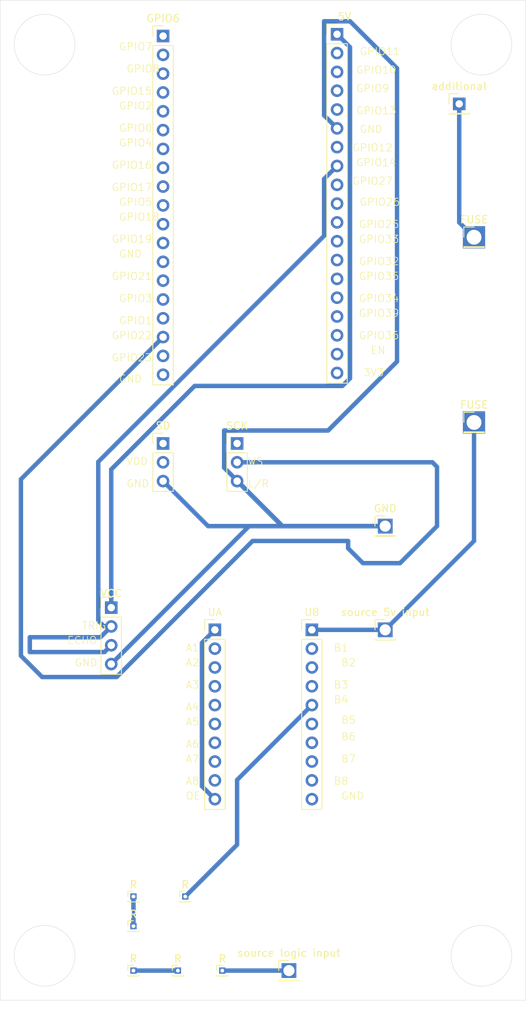
<source format=kicad_pcb>
(kicad_pcb (version 20241229) (generator "pcbnew") (generator_version "9.0")
  (title_block (title "pcb for miptfab project") (date "2025-11-27") (company "MIPT, made by Anton Skotnikov"))
  (layers (0 "F.Cu" signal) (2 "B.Cu" signal) (13 "F.Paste" user) (15 "B.Paste" user) (5 "F.SilkS" user "F.Silkscreen") (7 "B.SilkS" user "B.Silkscreen") (1 "F.Mask" user) (3 "B.Mask" user) (25 "Edge.Cuts" user))
  (net 0 "")
  (net 1 "GND")
  (net 2 "TRIG")
  (net 3 "VDDMICRO")
  (net 4 "WS")
  (net 5 "VCC")
  (net 6 "SCK")
  (net 7 "R")
  (net 8 "SD")
  (net 9 "A4")
  (footprint "Connector_PinHeader_2.54mm:PinHeader_1x19_P2.54mm_Vertical" (layer "F.Cu") (at 92.5 65.6)
    (property "Reference" "5V" (at 1 -2.38 0) (layer "F.SilkS"))
    (property "Value" "PinHeader_1x19_P2.54mm_Vertical" (hide yes))
    (fp_line (start -1.38 -1.38) (end 0 -1.38) (stroke (width 0.12)) (layer "F.SilkS"))
    (fp_line (start -1.38 0) (end -1.38 -1.38) (stroke (width 0.12)) (layer "F.SilkS"))
    (fp_line (start -1.38 1.27) (end -1.38 47.1) (stroke (width 0.12)) (layer "F.SilkS"))
    (fp_line (start -1.38 1.27) (end 1.38 1.27) (stroke (width 0.12)) (layer "F.SilkS"))
    (fp_line (start -1.38 47.1) (end 1.38 47.1) (stroke (width 0.12)) (layer "F.SilkS"))
    (fp_line (start 1.38 1.27) (end 1.38 47.1) (stroke (width 0.12)) (layer "F.SilkS"))
    (pad "1" thru_hole rect (at 0 0) (size 1.7 1.7) (drill 1) (layers "*.Cu" "*.Mask") (net 5 "VCC"))
    (pad "2" thru_hole circle (at 0 2.54) (size 1.7 1.7) (drill 1) (layers "*.Cu" "*.Mask"))
    (pad "3" thru_hole circle (at 0 5.08) (size 1.7 1.7) (drill 1) (layers "*.Cu" "*.Mask"))
    (pad "4" thru_hole circle (at 0 7.62) (size 1.7 1.7) (drill 1) (layers "*.Cu" "*.Mask"))
    (pad "5" thru_hole circle (at 0 10.16) (size 1.7 1.7) (drill 1) (layers "*.Cu" "*.Mask"))
    (pad "6" thru_hole circle (at 0 12.7) (size 1.7 1.7) (drill 1) (layers "*.Cu" "*.Mask") (net 1 "GND"))
    (pad "7" thru_hole circle (at 0 15.24) (size 1.7 1.7) (drill 1) (layers "*.Cu" "*.Mask"))
    (pad "8" thru_hole circle (at 0 17.78) (size 1.7 1.7) (drill 1) (layers "*.Cu" "*.Mask") (net 2 "TRIG"))
    (pad "9" thru_hole circle (at 0 20.32) (size 1.7 1.7) (drill 1) (layers "*.Cu" "*.Mask"))
    (pad "10" thru_hole circle (at 0 22.86) (size 1.7 1.7) (drill 1) (layers "*.Cu" "*.Mask") (net 6 "SCK"))
    (pad "11" thru_hole circle (at 0 25.4) (size 1.7 1.7) (drill 1) (layers "*.Cu" "*.Mask"))
    (pad "12" thru_hole circle (at 0 27.94) (size 1.7 1.7) (drill 1) (layers "*.Cu" "*.Mask"))
    (pad "13" thru_hole circle (at 0 30.48) (size 1.7 1.7) (drill 1) (layers "*.Cu" "*.Mask") (net 9 "A4"))
    (pad "14" thru_hole circle (at 0 33.02) (size 1.7 1.7) (drill 1) (layers "*.Cu" "*.Mask"))
    (pad "15" thru_hole circle (at 0 35.56) (size 1.7 1.7) (drill 1) (layers "*.Cu" "*.Mask"))
    (pad "16" thru_hole circle (at 0 38.1) (size 1.7 1.7) (drill 1) (layers "*.Cu" "*.Mask"))
    (pad "17" thru_hole circle (at 0 40.64) (size 1.7 1.7) (drill 1) (layers "*.Cu" "*.Mask"))
    (pad "18" thru_hole circle (at 0 43.18) (size 1.7 1.7) (drill 1) (layers "*.Cu" "*.Mask"))
    (pad "19" thru_hole circle (at 0 45.72) (size 1.7 1.7) (drill 1) (layers "*.Cu" "*.Mask") (net 3 "VDDMICRO"))
  )
  (footprint "Connector_PinHeader_2.54mm:PinHeader_1x01_P2.54mm_Vertical" (layer "F.Cu") (at 99 146)
    (property "Reference" "source 5v input" (at 0 -2.38 0) (layer "F.SilkS"))
    (property "Value" "PinHeader_1x01_P2.54mm_Vertical" (hide yes))
    (fp_line (start -1.38 -1.38) (end 0 -1.38) (stroke (width 0.12)) (layer "F.SilkS"))
    (fp_line (start -1.38 0) (end -1.38 -1.38) (stroke (width 0.12)) (layer "F.SilkS"))
    (fp_line (start -1.38 1.27) (end -1.38 1.38) (stroke (width 0.12)) (layer "F.SilkS"))
    (fp_line (start -1.38 1.27) (end 1.38 1.27) (stroke (width 0.12)) (layer "F.SilkS"))
    (fp_line (start -1.38 1.38) (end 1.38 1.38) (stroke (width 0.12)) (layer "F.SilkS"))
    (fp_line (start 1.38 1.27) (end 1.38 1.38) (stroke (width 0.12)) (layer "F.SilkS"))
    (pad "1" thru_hole rect (at 0 0) (size 2 2) (drill 1.5) (layers "*.Cu" "*.Mask") (net 5 "VCC"))
  )
  (footprint "Connector_PinHeader_1.00mm:PinHeader_1x01_P1.00mm_Vertical" (layer "F.Cu") (at 65 182)
    (property "Reference" "R" (at 0 -1.61 0) (layer "F.SilkS"))
    (property "Value" "PinHeader_1x01_P1.00mm_Vertical" (hide yes))
    (fp_line (start -0.745 -0.735) (end 0 -0.735) (stroke (width 0.12)) (layer "F.SilkS"))
    (fp_line (start -0.745 0) (end -0.745 -0.735) (stroke (width 0.12)) (layer "F.SilkS"))
    (fp_line (start -0.745 0.735) (end -0.745 0.61) (stroke (width 0.12)) (layer "F.SilkS"))
    (fp_line (start -0.745 0.735) (end -0.685565 0.735) (stroke (width 0.12)) (layer "F.SilkS"))
    (fp_line (start -0.745 0.735) (end 0.745 0.735) (stroke (width 0.12)) (layer "F.SilkS"))
    (fp_line (start 0.685565 0.735) (end 0.745 0.735) (stroke (width 0.12)) (layer "F.SilkS"))
    (fp_line (start 0.745 0.735) (end 0.745 0.61) (stroke (width 0.12)) (layer "F.SilkS"))
    (pad "1" thru_hole rect (at 0 0) (size 0.85 0.85) (drill 0.5) (layers "*.Cu" "*.Mask") (net 7 "R"))
  )
  (footprint "Connector_PinHeader_1.00mm:PinHeader_1x01_P1.00mm_Vertical" (layer "F.Cu") (at 65 192)
    (property "Reference" "R" (at 0 -1.61 0) (layer "F.SilkS"))
    (property "Value" "PinHeader_1x01_P1.00mm_Vertical" (hide yes))
    (fp_line (start -0.745 -0.735) (end 0 -0.735) (stroke (width 0.12)) (layer "F.SilkS"))
    (fp_line (start -0.745 0) (end -0.745 -0.735) (stroke (width 0.12)) (layer "F.SilkS"))
    (fp_line (start -0.745 0.735) (end -0.745 0.61) (stroke (width 0.12)) (layer "F.SilkS"))
    (fp_line (start -0.745 0.735) (end -0.685565 0.735) (stroke (width 0.12)) (layer "F.SilkS"))
    (fp_line (start -0.745 0.735) (end 0.745 0.735) (stroke (width 0.12)) (layer "F.SilkS"))
    (fp_line (start 0.685565 0.735) (end 0.745 0.735) (stroke (width 0.12)) (layer "F.SilkS"))
    (fp_line (start 0.745 0.735) (end 0.745 0.61) (stroke (width 0.12)) (layer "F.SilkS"))
    (pad "1" thru_hole rect (at 0 0) (size 0.85 0.85) (drill 0.5) (layers "*.Cu" "*.Mask") (net 7 "R"))
  )
  (footprint "Connector_PinHeader_2.54mm:PinHeader_1x01_P2.54mm_Vertical" (layer "F.Cu") (at 109 75)
    (property "Reference" "additional" (at 0 -2.38 0) (layer "F.SilkS"))
    (property "Value" "PinHeader_1x01_P2.54mm_Vertical" (hide yes))
    (fp_line (start -1.38 -1.38) (end 0 -1.38) (stroke (width 0.12)) (layer "F.SilkS"))
    (fp_line (start -1.38 0) (end -1.38 -1.38) (stroke (width 0.12)) (layer "F.SilkS"))
    (fp_line (start -1.38 1.27) (end -1.38 1.38) (stroke (width 0.12)) (layer "F.SilkS"))
    (fp_line (start -1.38 1.27) (end 1.38 1.27) (stroke (width 0.12)) (layer "F.SilkS"))
    (fp_line (start -1.38 1.38) (end 1.38 1.38) (stroke (width 0.12)) (layer "F.SilkS"))
    (fp_line (start 1.38 1.27) (end 1.38 1.38) (stroke (width 0.12)) (layer "F.SilkS"))
    (pad "1" thru_hole rect (at 0 0) (size 1.7 1.7) (drill 1) (layers "*.Cu" "*.Mask") (net 5 "VCC"))
  )
  (footprint "Connector_PinHeader_1.00mm:PinHeader_1x01_P1.00mm_Vertical" (layer "F.Cu") (at 77 192)
    (property "Reference" "R" (at 0 -1.61 0) (layer "F.SilkS"))
    (property "Value" "PinHeader_1x01_P1.00mm_Vertical" (hide yes))
    (fp_line (start -0.745 -0.735) (end 0 -0.735) (stroke (width 0.12)) (layer "F.SilkS"))
    (fp_line (start -0.745 0) (end -0.745 -0.735) (stroke (width 0.12)) (layer "F.SilkS"))
    (fp_line (start -0.745 0.735) (end -0.745 0.61) (stroke (width 0.12)) (layer "F.SilkS"))
    (fp_line (start -0.745 0.735) (end -0.685565 0.735) (stroke (width 0.12)) (layer "F.SilkS"))
    (fp_line (start -0.745 0.735) (end 0.745 0.735) (stroke (width 0.12)) (layer "F.SilkS"))
    (fp_line (start 0.685565 0.735) (end 0.745 0.735) (stroke (width 0.12)) (layer "F.SilkS"))
    (fp_line (start 0.745 0.735) (end 0.745 0.61) (stroke (width 0.12)) (layer "F.SilkS"))
    (pad "1" thru_hole rect (at 0 0) (size 0.85 0.85) (drill 0.5) (layers "*.Cu" "*.Mask") (net 7 "R"))
  )
  (footprint "Connector_PinHeader_1.00mm:PinHeader_1x01_P1.00mm_Vertical" (layer "F.Cu") (at 65 186)
    (property "Reference" "R" (at 0 -1.61 0) (layer "F.SilkS"))
    (property "Value" "PinHeader_1x01_P1.00mm_Vertical" (hide yes))
    (fp_line (start -0.745 -0.735) (end 0 -0.735) (stroke (width 0.12)) (layer "F.SilkS"))
    (fp_line (start -0.745 0) (end -0.745 -0.735) (stroke (width 0.12)) (layer "F.SilkS"))
    (fp_line (start -0.745 0.735) (end -0.745 0.61) (stroke (width 0.12)) (layer "F.SilkS"))
    (fp_line (start -0.745 0.735) (end -0.685565 0.735) (stroke (width 0.12)) (layer "F.SilkS"))
    (fp_line (start -0.745 0.735) (end 0.745 0.735) (stroke (width 0.12)) (layer "F.SilkS"))
    (fp_line (start 0.685565 0.735) (end 0.745 0.735) (stroke (width 0.12)) (layer "F.SilkS"))
    (fp_line (start 0.745 0.735) (end 0.745 0.61) (stroke (width 0.12)) (layer "F.SilkS"))
    (pad "1" thru_hole rect (at 0 0) (size 0.85 0.85) (drill 0.5) (layers "*.Cu" "*.Mask") (net 7 "R"))
  )
  (footprint "Connector_PinHeader_2.54mm:PinHeader_1x19_P2.54mm_Vertical" (layer "F.Cu") (at 69 65.84)
    (property "Reference" "GPIO6" (at 0 -2.38 0) (layer "F.SilkS"))
    (property "Value" "PinHeader_1x19_P2.54mm_Vertical" (hide yes))
    (fp_line (start -1.38 -1.38) (end 0 -1.38) (stroke (width 0.12)) (layer "F.SilkS"))
    (fp_line (start -1.38 0) (end -1.38 -1.38) (stroke (width 0.12)) (layer "F.SilkS"))
    (fp_line (start -1.38 1.27) (end -1.38 47.1) (stroke (width 0.12)) (layer "F.SilkS"))
    (fp_line (start -1.38 1.27) (end 1.38 1.27) (stroke (width 0.12)) (layer "F.SilkS"))
    (fp_line (start -1.38 47.1) (end 1.38 47.1) (stroke (width 0.12)) (layer "F.SilkS"))
    (fp_line (start 1.38 1.27) (end 1.38 47.1) (stroke (width 0.12)) (layer "F.SilkS"))
    (pad "1" thru_hole rect (at 0 0) (size 1.7 1.7) (drill 1) (layers "*.Cu" "*.Mask"))
    (pad "2" thru_hole circle (at 0 2.54) (size 1.7 1.7) (drill 1) (layers "*.Cu" "*.Mask"))
    (pad "3" thru_hole circle (at 0 5.08) (size 1.7 1.7) (drill 1) (layers "*.Cu" "*.Mask"))
    (pad "4" thru_hole circle (at 0 7.62) (size 1.7 1.7) (drill 1) (layers "*.Cu" "*.Mask"))
    (pad "5" thru_hole circle (at 0 10.16) (size 1.7 1.7) (drill 1) (layers "*.Cu" "*.Mask"))
    (pad "6" thru_hole circle (at 0 12.7) (size 1.7 1.7) (drill 1) (layers "*.Cu" "*.Mask"))
    (pad "7" thru_hole circle (at 0 15.24) (size 1.7 1.7) (drill 1) (layers "*.Cu" "*.Mask"))
    (pad "8" thru_hole circle (at 0 17.78) (size 1.7 1.7) (drill 1) (layers "*.Cu" "*.Mask"))
    (pad "9" thru_hole circle (at 0 20.32) (size 1.7 1.7) (drill 1) (layers "*.Cu" "*.Mask"))
    (pad "10" thru_hole circle (at 0 22.86) (size 1.7 1.7) (drill 1) (layers "*.Cu" "*.Mask"))
    (pad "11" thru_hole circle (at 0 25.4) (size 1.7 1.7) (drill 1) (layers "*.Cu" "*.Mask"))
    (pad "12" thru_hole circle (at 0 27.94) (size 1.7 1.7) (drill 1) (layers "*.Cu" "*.Mask"))
    (pad "13" thru_hole circle (at 0 30.48) (size 1.7 1.7) (drill 1) (layers "*.Cu" "*.Mask"))
    (pad "14" thru_hole circle (at 0 33.02) (size 1.7 1.7) (drill 1) (layers "*.Cu" "*.Mask") (net 8 "SD"))
    (pad "15" thru_hole circle (at 0 35.56) (size 1.7 1.7) (drill 1) (layers "*.Cu" "*.Mask"))
    (pad "16" thru_hole circle (at 0 38.1) (size 1.7 1.7) (drill 1) (layers "*.Cu" "*.Mask"))
    (pad "17" thru_hole circle (at 0 40.64) (size 1.7 1.7) (drill 1) (layers "*.Cu" "*.Mask") (net 4 "WS"))
    (pad "18" thru_hole circle (at 0 43.18) (size 1.7 1.7) (drill 1) (layers "*.Cu" "*.Mask"))
    (pad "19" thru_hole circle (at 0 45.72) (size 1.7 1.7) (drill 1) (layers "*.Cu" "*.Mask"))
  )
  (footprint "Connector_PinHeader_2.54mm:PinHeader_1x03_P2.54mm_Vertical" (layer "F.Cu") (at 79 120.84)
    (property "Reference" "SCK" (at 0 -2.38 0) (layer "F.SilkS"))
    (property "Value" "PinHeader_1x03_P2.54mm_Vertical" (hide yes))
    (fp_line (start -1.38 -1.38) (end 0 -1.38) (stroke (width 0.12)) (layer "F.SilkS"))
    (fp_line (start -1.38 0) (end -1.38 -1.38) (stroke (width 0.12)) (layer "F.SilkS"))
    (fp_line (start -1.38 1.27) (end -1.38 6.46) (stroke (width 0.12)) (layer "F.SilkS"))
    (fp_line (start -1.38 1.27) (end 1.38 1.27) (stroke (width 0.12)) (layer "F.SilkS"))
    (fp_line (start -1.38 6.46) (end 1.38 6.46) (stroke (width 0.12)) (layer "F.SilkS"))
    (fp_line (start 1.38 1.27) (end 1.38 6.46) (stroke (width 0.12)) (layer "F.SilkS"))
    (pad "1" thru_hole rect (at 0 0) (size 1.7 1.7) (drill 1) (layers "*.Cu" "*.Mask") (net 6 "SCK"))
    (pad "2" thru_hole circle (at 0 2.54) (size 1.7 1.7) (drill 1) (layers "*.Cu" "*.Mask") (net 4 "WS"))
    (pad "3" thru_hole circle (at 0 5.08) (size 1.7 1.7) (drill 1) (layers "*.Cu" "*.Mask") (net 1 "GND"))
  )
  (footprint "Connector_PinHeader_1.00mm:PinHeader_1x01_P1.00mm_Vertical" (layer "F.Cu") (at 71 192)
    (property "Reference" "R" (at 0 -1.61 0) (layer "F.SilkS"))
    (property "Value" "PinHeader_1x01_P1.00mm_Vertical" (hide yes))
    (fp_line (start -0.745 -0.735) (end 0 -0.735) (stroke (width 0.12)) (layer "F.SilkS"))
    (fp_line (start -0.745 0) (end -0.745 -0.735) (stroke (width 0.12)) (layer "F.SilkS"))
    (fp_line (start -0.745 0.735) (end -0.745 0.61) (stroke (width 0.12)) (layer "F.SilkS"))
    (fp_line (start -0.745 0.735) (end -0.685565 0.735) (stroke (width 0.12)) (layer "F.SilkS"))
    (fp_line (start -0.745 0.735) (end 0.745 0.735) (stroke (width 0.12)) (layer "F.SilkS"))
    (fp_line (start 0.685565 0.735) (end 0.745 0.735) (stroke (width 0.12)) (layer "F.SilkS"))
    (fp_line (start 0.745 0.735) (end 0.745 0.61) (stroke (width 0.12)) (layer "F.SilkS"))
    (pad "1" thru_hole rect (at 0 0) (size 0.85 0.85) (drill 0.5) (layers "*.Cu" "*.Mask") (net 7 "R"))
  )
  (footprint "Connector_PinHeader_2.54mm:PinHeader_1x01_P2.54mm_Vertical" (layer "F.Cu") (at 111 118)
    (property "Reference" "FUSE" (at 0 -2.38 0) (layer "F.SilkS"))
    (property "Value" "PinHeader_1x01_P2.54mm_Vertical" (hide yes))
    (fp_line (start -1.38 -1.38) (end 0 -1.38) (stroke (width 0.12)) (layer "F.SilkS"))
    (fp_line (start -1.38 0) (end -1.38 -1.38) (stroke (width 0.12)) (layer "F.SilkS"))
    (fp_line (start -1.38 1.27) (end -1.38 1.38) (stroke (width 0.12)) (layer "F.SilkS"))
    (fp_line (start -1.38 1.27) (end 1.38 1.27) (stroke (width 0.12)) (layer "F.SilkS"))
    (fp_line (start -1.38 1.38) (end 1.38 1.38) (stroke (width 0.12)) (layer "F.SilkS"))
    (fp_line (start 1.38 1.27) (end 1.38 1.38) (stroke (width 0.12)) (layer "F.SilkS"))
    (pad "1" thru_hole rect (at 0 0) (size 3 3) (drill 2) (layers "*.Cu" "*.Mask") (net 5 "VCC"))
  )
  (footprint "Connector_PinHeader_2.54mm:PinHeader_1x10_P2.54mm_Vertical" (layer "F.Cu") (at 76 146)
    (property "Reference" "UA" (at 0 -2.38 0) (layer "F.SilkS") (effects (font (thickness 0.125))))
    (property "Value" "PinHeader_1x10_P2.54mm_Vertical" (hide yes))
    (fp_line (start -1.38 -1.38) (end 0 -1.38) (stroke (width 0.12)) (layer "F.SilkS"))
    (fp_line (start -1.38 0) (end -1.38 -1.38) (stroke (width 0.12)) (layer "F.SilkS"))
    (fp_line (start -1.38 1.27) (end -1.38 24.24) (stroke (width 0.12)) (layer "F.SilkS"))
    (fp_line (start -1.38 1.27) (end 1.38 1.27) (stroke (width 0.12)) (layer "F.SilkS"))
    (fp_line (start -1.38 24.24) (end 1.38 24.24) (stroke (width 0.12)) (layer "F.SilkS"))
    (fp_line (start 1.38 1.27) (end 1.38 24.24) (stroke (width 0.12)) (layer "F.SilkS"))
    (pad "1" thru_hole rect (at 0 0) (size 1.7 1.7) (drill 1) (layers "*.Cu" "*.Mask") (net 3 "VDDMICRO"))
    (pad "2" thru_hole circle (at 0 2.54) (size 1.7 1.7) (drill 1) (layers "*.Cu" "*.Mask"))
    (pad "3" thru_hole circle (at 0 5.08) (size 1.7 1.7) (drill 1) (layers "*.Cu" "*.Mask"))
    (pad "4" thru_hole circle (at 0 7.62) (size 1.7 1.7) (drill 1) (layers "*.Cu" "*.Mask"))
    (pad "5" thru_hole circle (at 0 10.16) (size 1.7 1.7) (drill 1) (layers "*.Cu" "*.Mask") (net 9 "A4"))
    (pad "6" thru_hole circle (at 0 12.7) (size 1.7 1.7) (drill 1) (layers "*.Cu" "*.Mask"))
    (pad "7" thru_hole circle (at 0 15.24) (size 1.7 1.7) (drill 1) (layers "*.Cu" "*.Mask"))
    (pad "8" thru_hole circle (at 0 17.78) (size 1.7 1.7) (drill 1) (layers "*.Cu" "*.Mask"))
    (pad "9" thru_hole circle (at 0 20.32) (size 1.7 1.7) (drill 1) (layers "*.Cu" "*.Mask"))
    (pad "10" thru_hole circle (at 0 22.86) (size 1.7 1.7) (drill 1) (layers "*.Cu" "*.Mask") (net 3 "VDDMICRO"))
  )
  (footprint "Connector_PinHeader_2.54mm:PinHeader_1x10_P2.54mm_Vertical" (layer "F.Cu") (at 89.1 146)
    (property "Reference" "UB" (at 0 -2.38 0) (layer "F.SilkS") (effects (font (thickness 0.125))))
    (property "Value" "PinHeader_1x10_P2.54mm_Vertical" (hide yes))
    (fp_line (start -1.38 -1.38) (end 0 -1.38) (stroke (width 0.12)) (layer "F.SilkS"))
    (fp_line (start -1.38 0) (end -1.38 -1.38) (stroke (width 0.12)) (layer "F.SilkS"))
    (fp_line (start -1.38 1.27) (end -1.38 24.24) (stroke (width 0.12)) (layer "F.SilkS"))
    (fp_line (start -1.38 1.27) (end 1.38 1.27) (stroke (width 0.12)) (layer "F.SilkS"))
    (fp_line (start -1.38 24.24) (end 1.38 24.24) (stroke (width 0.12)) (layer "F.SilkS"))
    (fp_line (start 1.38 1.27) (end 1.38 24.24) (stroke (width 0.12)) (layer "F.SilkS"))
    (pad "1" thru_hole rect (at 0 0) (size 1.7 1.7) (drill 1) (layers "*.Cu" "*.Mask") (net 5 "VCC"))
    (pad "2" thru_hole circle (at 0 2.54) (size 1.7 1.7) (drill 1) (layers "*.Cu" "*.Mask"))
    (pad "3" thru_hole circle (at 0 5.08) (size 1.7 1.7) (drill 1) (layers "*.Cu" "*.Mask"))
    (pad "4" thru_hole circle (at 0 7.62) (size 1.7 1.7) (drill 1) (layers "*.Cu" "*.Mask"))
    (pad "5" thru_hole circle (at 0 10.16) (size 1.7 1.7) (drill 1) (layers "*.Cu" "*.Mask") (net 7 "R"))
    (pad "6" thru_hole circle (at 0 12.7) (size 1.7 1.7) (drill 1) (layers "*.Cu" "*.Mask"))
    (pad "7" thru_hole circle (at 0 15.24) (size 1.7 1.7) (drill 1) (layers "*.Cu" "*.Mask"))
    (pad "8" thru_hole circle (at 0 17.78) (size 1.7 1.7) (drill 1) (layers "*.Cu" "*.Mask"))
    (pad "9" thru_hole circle (at 0 20.32) (size 1.7 1.7) (drill 1) (layers "*.Cu" "*.Mask"))
    (pad "10" thru_hole circle (at 0 22.86) (size 1.7 1.7) (drill 1) (layers "*.Cu" "*.Mask") (net 1 "GND"))
  )
  (footprint "Connector_PinHeader_1.00mm:PinHeader_1x01_P1.00mm_Vertical" (layer "F.Cu") (at 72 182)
    (property "Reference" "R" (at 0 -1.61 0) (layer "F.SilkS"))
    (property "Value" "PinHeader_1x01_P1.00mm_Vertical" (hide yes))
    (fp_line (start -0.745 -0.735) (end 0 -0.735) (stroke (width 0.12)) (layer "F.SilkS"))
    (fp_line (start -0.745 0) (end -0.745 -0.735) (stroke (width 0.12)) (layer "F.SilkS"))
    (fp_line (start -0.745 0.735) (end -0.745 0.61) (stroke (width 0.12)) (layer "F.SilkS"))
    (fp_line (start -0.745 0.735) (end -0.685565 0.735) (stroke (width 0.12)) (layer "F.SilkS"))
    (fp_line (start -0.745 0.735) (end 0.745 0.735) (stroke (width 0.12)) (layer "F.SilkS"))
    (fp_line (start 0.685565 0.735) (end 0.745 0.735) (stroke (width 0.12)) (layer "F.SilkS"))
    (fp_line (start 0.745 0.735) (end 0.745 0.61) (stroke (width 0.12)) (layer "F.SilkS"))
    (pad "1" thru_hole rect (at 0 0) (size 0.85 0.85) (drill 0.5) (layers "*.Cu" "*.Mask") (net 7 "R"))
  )
  (footprint "Connector_PinHeader_2.54mm:PinHeader_1x03_P2.54mm_Vertical" (layer "F.Cu") (at 69 120.84)
    (property "Reference" "SD" (at 0 -2.38 0) (layer "F.SilkS"))
    (property "Value" "PinHeader_1x03_P2.54mm_Vertical" (hide yes))
    (fp_line (start -1.38 -1.38) (end 0 -1.38) (stroke (width 0.12)) (layer "F.SilkS"))
    (fp_line (start -1.38 0) (end -1.38 -1.38) (stroke (width 0.12)) (layer "F.SilkS"))
    (fp_line (start -1.38 1.27) (end -1.38 6.46) (stroke (width 0.12)) (layer "F.SilkS"))
    (fp_line (start -1.38 1.27) (end 1.38 1.27) (stroke (width 0.12)) (layer "F.SilkS"))
    (fp_line (start -1.38 6.46) (end 1.38 6.46) (stroke (width 0.12)) (layer "F.SilkS"))
    (fp_line (start 1.38 1.27) (end 1.38 6.46) (stroke (width 0.12)) (layer "F.SilkS"))
    (pad "1" thru_hole rect (at 0 0) (size 1.7 1.7) (drill 1) (layers "*.Cu" "*.Mask") (net 8 "SD"))
    (pad "2" thru_hole circle (at 0 2.54) (size 1.7 1.7) (drill 1) (layers "*.Cu" "*.Mask") (net 3 "VDDMICRO"))
    (pad "3" thru_hole circle (at 0 5.08) (size 1.7 1.7) (drill 1) (layers "*.Cu" "*.Mask") (net 1 "GND"))
  )
  (footprint "Connector_PinHeader_2.54mm:PinHeader_1x04_P2.54mm_Vertical" (layer "F.Cu") (at 62 143)
    (property "Reference" "VCC" (at 0 -1.92 0) (layer "F.SilkS"))
    (property "Value" "PinHeader_1x04_P2.54mm_Vertical" (hide yes))
    (fp_line (start -1.38 -1.38) (end 0 -1.38) (stroke (width 0.12)) (layer "F.SilkS"))
    (fp_line (start -1.38 0) (end -1.38 -1.38) (stroke (width 0.12)) (layer "F.SilkS"))
    (fp_line (start -1.38 1.27) (end -1.38 9) (stroke (width 0.12)) (layer "F.SilkS"))
    (fp_line (start -1.38 1.27) (end 1.38 1.27) (stroke (width 0.12)) (layer "F.SilkS"))
    (fp_line (start -1.38 9) (end 1.38 9) (stroke (width 0.12)) (layer "F.SilkS"))
    (fp_line (start 1.38 1.27) (end 1.38 9) (stroke (width 0.12)) (layer "F.SilkS"))
    (pad "1" thru_hole rect (at 0 0) (size 1.7 1.7) (drill 1) (layers "*.Cu" "*.Mask") (net 5 "VCC"))
    (pad "2" thru_hole circle (at 0 2.54) (size 1.7 1.7) (drill 1) (layers "*.Cu" "*.Mask") (net 2 "TRIG"))
    (pad "3" thru_hole circle (at 0 5.08) (size 1.7 1.7) (drill 1) (layers "*.Cu" "*.Mask") (net 2 "TRIG"))
    (pad "4" thru_hole circle (at 0 7.62) (size 1.7 1.7) (drill 1) (layers "*.Cu" "*.Mask") (net 1 "GND"))
  )
  (footprint "Connector_PinHeader_2.54mm:PinHeader_1x01_P2.54mm_Vertical" (layer "F.Cu") (at 86 192)
    (property "Reference" "source logic input" (at 0 -2.38 0) (layer "F.SilkS"))
    (property "Value" "PinHeader_1x01_P2.54mm_Vertical" (hide yes))
    (fp_line (start -1.38 -1.38) (end 0 -1.38) (stroke (width 0.12)) (layer "F.SilkS"))
    (fp_line (start -1.38 0) (end -1.38 -1.38) (stroke (width 0.12)) (layer "F.SilkS"))
    (fp_line (start -1.38 1.27) (end -1.38 1.38) (stroke (width 0.12)) (layer "F.SilkS"))
    (fp_line (start -1.38 1.27) (end 1.38 1.27) (stroke (width 0.12)) (layer "F.SilkS"))
    (fp_line (start -1.38 1.38) (end 1.38 1.38) (stroke (width 0.12)) (layer "F.SilkS"))
    (fp_line (start 1.38 1.27) (end 1.38 1.38) (stroke (width 0.12)) (layer "F.SilkS"))
    (pad "1" thru_hole rect (at 0 0) (size 2 2) (drill 1.5) (layers "*.Cu" "*.Mask") (net 7 "R"))
  )
  (footprint "Connector_PinHeader_2.54mm:PinHeader_1x01_P2.54mm_Vertical" (layer "F.Cu") (at 111 93)
    (property "Reference" "FUSE" (at 0 -2.38 0) (layer "F.SilkS"))
    (property "Value" "PinHeader_1x01_P2.54mm_Vertical" (hide yes))
    (fp_line (start -1.38 -1.38) (end 0 -1.38) (stroke (width 0.12)) (layer "F.SilkS"))
    (fp_line (start -1.38 0) (end -1.38 -1.38) (stroke (width 0.12)) (layer "F.SilkS"))
    (fp_line (start -1.38 1.27) (end -1.38 1.38) (stroke (width 0.12)) (layer "F.SilkS"))
    (fp_line (start -1.38 1.27) (end 1.38 1.27) (stroke (width 0.12)) (layer "F.SilkS"))
    (fp_line (start -1.38 1.38) (end 1.38 1.38) (stroke (width 0.12)) (layer "F.SilkS"))
    (fp_line (start 1.38 1.27) (end 1.38 1.38) (stroke (width 0.12)) (layer "F.SilkS"))
    (pad "1" thru_hole rect (at 0 0) (size 3 3) (drill 2) (layers "*.Cu" "*.Mask") (net 5 "VCC"))
  )
  (footprint "Connector_PinHeader_2.54mm:PinHeader_1x01_P2.54mm_Vertical" (layer "F.Cu") (at 99 132)
    (property "Reference" "GND" (at 0 -2.38 0) (layer "F.SilkS"))
    (property "Value" "PinHeader_1x01_P2.54mm_Vertical" (hide yes))
    (fp_line (start -1.38 -1.38) (end 0 -1.38) (stroke (width 0.12)) (layer "F.SilkS"))
    (fp_line (start -1.38 0) (end -1.38 -1.38) (stroke (width 0.12)) (layer "F.SilkS"))
    (fp_line (start -1.38 1.27) (end -1.38 1.38) (stroke (width 0.12)) (layer "F.SilkS"))
    (fp_line (start -1.38 1.27) (end 1.38 1.27) (stroke (width 0.12)) (layer "F.SilkS"))
    (fp_line (start -1.38 1.38) (end 1.38 1.38) (stroke (width 0.12)) (layer "F.SilkS"))
    (fp_line (start 1.38 1.27) (end 1.38 1.38) (stroke (width 0.12)) (layer "F.SilkS"))
    (pad "1" thru_hole rect (at 0 0) (size 2 2) (drill 1.5) (layers "*.Cu" "*.Mask") (net 1 "GND"))
  )
  (gr_circle (center 112 190) (end 116.1 190) (stroke (width 0.05)) (fill no) (layer "Edge.Cuts"))
  (gr_circle (center 112 67) (end 116.1 67) (stroke (width 0.05)) (fill no) (layer "Edge.Cuts"))
  (gr_circle (center 53 67) (end 57.1 67) (stroke (width 0.05)) (fill no) (layer "Edge.Cuts"))
  (gr_circle (center 53 190) (end 57.1 190) (stroke (width 0.05)) (fill no) (layer "Edge.Cuts"))
  (gr_rect (start 47 61) (end 118 196) (stroke (width 0.05)) (fill no) (layer "Edge.Cuts"))
  (gr_text "GND\n" (at 95.5 79 0) (layer "F.SilkS") (effects (font (size 1 1) (thickness 0.1)) (justify left bottom)))
  (gr_text "A7\n" (at 72 164 0) (layer "F.SilkS") (effects (font (size 1 1) (thickness 0.1)) (justify left bottom)))
  (gr_text "A2\n" (at 72 151 0) (layer "F.SilkS") (effects (font (size 1 1) (thickness 0.1)) (justify left bottom)))
  (gr_text "OE\n" (at 72 169 0) (layer "F.SilkS") (effects (font (size 1 1) (thickness 0.1)) (justify left bottom)))
  (gr_text "GPIO12\n" (at 94.5 81.5 0) (layer "F.SilkS") (effects (font (size 1 1) (thickness 0.1)) (justify left bottom)))
  (gr_text "TRIG\n" (at 58 146 0) (layer "F.SilkS") (effects (font (size 1 1) (thickness 0.1)) (justify left bottom)))
  (gr_text "GPIO18\n" (at 63 90.84 0) (layer "F.SilkS") (effects (font (size 1 1) (thickness 0.1)) (justify left bottom)))
  (gr_text "A5\n" (at 72 159 0) (layer "F.SilkS") (effects (font (size 1 1) (thickness 0.1)) (justify left bottom)))
  (gr_text "B2" (at 93 151 0) (layer "F.SilkS") (effects (font (size 1 1) (thickness 0.1)) (justify left bottom)))
  (gr_text "B4" (at 92 156 0) (layer "F.SilkS") (effects (font (size 1 1) (thickness 0.1)) (justify left bottom)))
  (gr_text "A4\n" (at 72 157 0) (layer "F.SilkS") (effects (font (size 1 1) (thickness 0.1)) (justify left bottom)))
  (gr_text "GPIO9\n" (at 95 73.5 0) (layer "F.SilkS") (effects (font (size 1 1) (thickness 0.1)) (justify left bottom)))
  (gr_text "GPIO8\n" (at 64 70.84 0) (layer "F.SilkS") (effects (font (size 1 1) (thickness 0.1)) (justify left bottom)))
  (gr_text "L/R\n" (at 80.38 126.84 0) (layer "F.SilkS") (effects (font (size 1 1) (thickness 0.1)) (justify left bottom)))
  (gr_text "GPIO2" (at 63 75.84 0) (layer "F.SilkS") (effects (font (size 1 1) (thickness 0.1)) (justify left bottom)))
  (gr_text "GPIO15\n" (at 62 73.84 0) (layer "F.SilkS") (effects (font (size 1 1) (thickness 0.1)) (justify left bottom)))
  (gr_text "GPIO4\n" (at 63 80.84 0) (layer "F.SilkS") (effects (font (size 1 1) (thickness 0.1)) (justify left bottom)))
  (gr_text "GPIO33\n" (at 95.38 93.84 0) (layer "F.SilkS") (effects (font (size 1 1) (thickness 0.1)) (justify left bottom)))
  (gr_text "GPIO0\n" (at 63 78.84 0) (layer "F.SilkS") (effects (font (size 1 1) (thickness 0.1)) (justify left bottom)))
  (gr_text "A1\n" (at 72 149 0) (layer "F.SilkS") (effects (font (size 1 1) (thickness 0.1)) (justify left bottom)))
  (gr_text "GPIO23\n" (at 62 109.84 0) (layer "F.SilkS") (effects (font (size 1 1) (thickness 0.1)) (justify left bottom)))
  (gr_text "GPIO10\n" (at 95 71 0) (layer "F.SilkS") (effects (font (size 1 1) (thickness 0.1)) (justify left bottom)))
  (gr_text "A8" (at 72 167 0) (layer "F.SilkS") (effects (font (size 1 1) (thickness 0.1)) (justify left bottom)))
  (gr_text "GND\n" (at 64 126.84 0) (layer "F.SilkS") (effects (font (size 1 1) (thickness 0.1)) (justify left bottom)))
  (gr_text "WS\n" (at 80.38 123.84 0) (layer "F.SilkS") (effects (font (size 1 1) (thickness 0.1)) (justify left bottom)))
  (gr_text "GPIO39\n" (at 95.38 103.84 0) (layer "F.SilkS") (effects (font (size 1 1) (thickness 0.1)) (justify left bottom)))
  (gr_text "ECHO\n" (at 56 148 0) (layer "F.SilkS") (effects (font (size 1 1) (thickness 0.1)) (justify left bottom)))
  (gr_text "B1" (at 92 149 0) (layer "F.SilkS") (effects (font (size 1 1) (thickness 0.1)) (justify left bottom)))
  (gr_text "GND\n" (at 63 95.84 0) (layer "F.SilkS") (effects (font (size 1 1) (thickness 0.1)) (justify left bottom)))
  (gr_text "GPIO1\n" (at 63 104.84 0) (layer "F.SilkS") (effects (font (size 1 1) (thickness 0.1)) (justify left bottom)))
  (gr_text "GPIO25\n" (at 95.38 91.84 0) (layer "F.SilkS") (effects (font (size 1 1) (thickness 0.1)) (justify left bottom)))
  (gr_text "GPIO11\n" (at 95.5 68.5 0) (layer "F.SilkS") (effects (font (size 1 1) (thickness 0.1)) (justify left bottom)))
  (gr_text "VDD" (at 64 123.84 0) (layer "F.SilkS") (effects (font (size 1 1) (thickness 0.1)) (justify left bottom)))
  (gr_text "3V3\n" (at 96 111.84 0) (layer "F.SilkS") (effects (font (size 1 1) (thickness 0.1)) (justify left bottom)))
  (gr_text "GPIO36\n" (at 95.38 106.84 0) (layer "F.SilkS") (effects (font (size 1 1) (thickness 0.1)) (justify left bottom)))
  (gr_text "GPIO34\n" (at 95.38 101.84 0) (layer "F.SilkS") (effects (font (size 1 1) (thickness 0.1)) (justify left bottom)))
  (gr_text "B8" (at 92 167 0) (layer "F.SilkS") (effects (font (size 1 1) (thickness 0.1)) (justify left bottom)))
  (gr_text "GND\n" (at 63 112.7 0) (layer "F.SilkS") (effects (font (size 1 1) (thickness 0.1)) (justify left bottom)))
  (gr_text "GPIO5" (at 63 88.84 0) (layer "F.SilkS") (effects (font (size 1 1) (thickness 0.1)) (justify left bottom)))
  (gr_text "B6" (at 93 161 0) (layer "F.SilkS") (effects (font (size 1 1) (thickness 0.1)) (justify left bottom)))
  (gr_text "A6\n" (at 72 162 0) (layer "F.SilkS") (effects (font (size 1 1) (thickness 0.1)) (justify left bottom)))
  (gr_text "GPIO27\n" (at 94.5 86 0) (layer "F.SilkS") (effects (font (size 1 1) (thickness 0.1)) (justify left bottom)))
  (gr_text "GND\n" (at 57 151 0) (layer "F.SilkS") (effects (font (size 1 1) (thickness 0.1)) (justify left bottom)))
  (gr_text "GPIO32\n" (at 95.38 96.84 0) (layer "F.SilkS") (effects (font (size 1 1) (thickness 0.1)) (justify left bottom)))
  (gr_text "B7" (at 93 164 0) (layer "F.SilkS") (effects (font (size 1 1) (thickness 0.1)) (justify left bottom)))
  (gr_text "GPIO14\n" (at 95 83.5 0) (layer "F.SilkS") (effects (font (size 1 1) (thickness 0.1)) (justify left bottom)))
  (gr_text "EN\n" (at 97 108.84 0) (layer "F.SilkS") (effects (font (size 1 1) (thickness 0.1)) (justify left bottom)))
  (gr_text "GPIO16\n" (at 62 83.84 0) (layer "F.SilkS") (effects (font (size 1 1) (thickness 0.1)) (justify left bottom)))
  (gr_text "GPIO3\n" (at 63 101.84 0) (layer "F.SilkS") (effects (font (size 1 1) (thickness 0.1)) (justify left bottom)))
  (gr_text "GPIO21" (at 62 98.84 0) (layer "F.SilkS") (effects (font (size 1 1) (thickness 0.1)) (justify left bottom)))
  (gr_text "A3\n" (at 72 154 0) (layer "F.SilkS") (effects (font (size 1 1) (thickness 0.1)) (justify left bottom)))
  (gr_text "GPIO13\n" (at 95 76.5 0) (layer "F.SilkS") (effects (font (size 1 1) (thickness 0.1)) (justify left bottom)))
  (gr_text "B5" (at 93 158.755 0) (layer "F.SilkS") (effects (font (size 1 1) (thickness 0.1)) (justify left bottom)))
  (gr_text "GPIO35\n" (at 95.38 98.84 0) (layer "F.SilkS") (effects (font (size 1 1) (thickness 0.1)) (justify left bottom)))
  (gr_text "GND" (at 93 169 0) (layer "F.SilkS") (effects (font (size 1 1) (thickness 0.1)) (justify left bottom)))
  (gr_text "GPIO22\n" (at 62 106.84 0) (layer "F.SilkS") (effects (font (size 1 1) (thickness 0.1)) (justify left bottom)))
  (gr_text "GPIO7\n" (at 63 67.84 0) (layer "F.SilkS") (effects (font (size 1 1) (thickness 0.1)) (justify left bottom)))
  (gr_text "GPIO17" (at 62 86.84 0) (layer "F.SilkS") (effects (font (size 1 1) (thickness 0.1)) (justify left bottom)))
  (gr_text "GPIO19\n" (at 62 93.84 0) (layer "F.SilkS") (effects (font (size 1 1) (thickness 0.1)) (justify left bottom)))
  (gr_text "GPIO26" (at 95.5 88.84 0) (layer "F.SilkS") (effects (font (size 1 1) (thickness 0.1)) (justify left bottom)))
  (gr_text "B3\n" (at 92 154 0) (layer "F.SilkS") (effects (font (size 1 1) (thickness 0.1)) (justify left bottom)))
  (segment (start 80.62 132) (end 99 132) (width 0.6) (layer "B.Cu") (net 1))
  (segment (start 62 150.62) (end 80.62 132) (width 0.6) (layer "B.Cu") (net 1))
  (segment (start 77.249 119.089) (end 77.249 124.105288) (width 0.6) (layer "B.Cu") (net 1))
  (segment (start 100.600235 70.198235) (end 100.600235 109.778235) (width 0.6) (layer "B.Cu") (net 1))
  (segment (start 85.143712 132) (end 99 132) (width 0.6) (layer "B.Cu") (net 1))
  (segment (start 77.249 124.105288) (end 85.143712 132) (width 0.6) (layer "B.Cu") (net 1))
  (segment (start 90.749 63.849) (end 94.251 63.849) (width 0.6) (layer "B.Cu") (net 1))
  (segment (start 79 125.92) (end 85.08 132) (width 0.6) (layer "B.Cu") (net 1))
  (segment (start 69 125.92) (end 75.08 132) (width 0.6) (layer "B.Cu") (net 1))
  (segment (start 94.251 63.849) (end 100.600235 70.198235) (width 0.6) (layer "B.Cu") (net 1))
  (segment (start 85.08 132) (end 99 132) (width 0.6) (layer "B.Cu") (net 1))
  (segment (start 75.08 132) (end 99 132) (width 0.6) (layer "B.Cu") (net 1))
  (segment (start 100.600235 109.778235) (end 91.28947 119.089) (width 0.6) (layer "B.Cu") (net 1))
  (segment (start 90.749 76.549) (end 90.749 63.849) (width 0.6) (layer "B.Cu") (net 1))
  (segment (start 92.5 78.3) (end 90.749 76.549) (width 0.6) (layer "B.Cu") (net 1))
  (segment (start 91.28947 119.089) (end 77.249 119.089) (width 0.6) (layer "B.Cu") (net 1))
  (segment (start 90.749 85.131) (end 92.5 83.38) (width 0.6) (layer "B.Cu") (net 2))
  (segment (start 60.249 123.314712) (end 90.749 92.814712) (width 0.6) (layer "B.Cu") (net 2))
  (segment (start 51 149) (end 61.08 149) (width 0.6) (layer "B.Cu") (net 2))
  (segment (start 90.749 92.814712) (end 90.749 85.131) (width 0.6) (layer "B.Cu") (net 2))
  (segment (start 61.038 145.54) (end 60.249 144.751) (width 0.6) (layer "B.Cu") (net 2))
  (segment (start 62 145.54) (end 60.54 147) (width 0.6) (layer "B.Cu") (net 2))
  (segment (start 60.54 147) (end 51 147) (width 0.6) (layer "B.Cu") (net 2))
  (segment (start 61.08 149) (end 62 148.08) (width 0.6) (layer "B.Cu") (net 2))
  (segment (start 60.249 144.751) (end 60.249 123.314712) (width 0.6) (layer "B.Cu") (net 2))
  (segment (start 51 147) (end 51 149) (width 0.6) (layer "B.Cu") (net 2))
  (segment (start 62 145.54) (end 61.038 145.54) (width 0.6) (layer "B.Cu") (net 2))
  (segment (start 74.249 147.751) (end 74.249 167.109) (width 0.6) (layer "B.Cu") (net 3))
  (segment (start 76 146) (end 74.249 147.751) (width 0.6) (layer "B.Cu") (net 3))
  (segment (start 74.249 167.109) (end 76 168.86) (width 0.6) (layer "B.Cu") (net 3))
  (segment (start 106 124) (end 106 132) (width 0.6) (layer "B.Cu") (net 4))
  (segment (start 105.38 123.38) (end 106 124) (width 0.6) (layer "B.Cu") (net 4))
  (segment (start 106 132) (end 101 137) (width 0.6) (layer "B.Cu") (net 4))
  (segment (start 101 137) (end 96 137) (width 0.6) (layer "B.Cu") (net 4))
  (segment (start 94 135) (end 94 134.001) (width 0.6) (layer "B.Cu") (net 4))
  (segment (start 62.725288 152.371) (end 52.67253 152.371) (width 0.6) (layer "B.Cu") (net 4))
  (segment (start 79 123.38) (end 105.38 123.38) (width 0.6) (layer "B.Cu") (net 4))
  (segment (start 49.799 149.49747) (end 49.799 125.681) (width 0.6) (layer "B.Cu") (net 4))
  (segment (start 96 137) (end 94 135) (width 0.6) (layer "B.Cu") (net 4))
  (segment (start 81.095288 134.001) (end 62.725288 152.371) (width 0.6) (layer "B.Cu") (net 4))
  (segment (start 49.799 125.681) (end 69 106.48) (width 0.6) (layer "B.Cu") (net 4))
  (segment (start 94 134.001) (end 81.095288 134.001) (width 0.6) (layer "B.Cu") (net 4))
  (segment (start 52.67253 152.371) (end 49.799 149.49747) (width 0.6) (layer "B.Cu") (net 4))
  (segment (start 111 134) (end 111 118) (width 0.6) (layer "B.Cu") (net 5))
  (segment (start 109 75) (end 109 91) (width 0.6) (layer "B.Cu") (net 5))
  (segment (start 109 91) (end 111 93) (width 0.6) (layer "B.Cu") (net 5))
  (segment (start 62 124.338) (end 73.267 113.071) (width 0.6) (layer "B.Cu") (net 5))
  (segment (start 62 143) (end 62 124.338) (width 0.6) (layer "B.Cu") (net 5))
  (segment (start 89.1 146) (end 99 146) (width 0.6) (layer "B.Cu") (net 5))
  (segment (start 93.225288 113.071) (end 94.251 112.045288) (width 0.6) (layer "B.Cu") (net 5))
  (segment (start 73.267 113.071) (end 93.225288 113.071) (width 0.6) (layer "B.Cu") (net 5))
  (segment (start 94.251 67.351) (end 92.5 65.6) (width 0.6) (layer "B.Cu") (net 5))
  (segment (start 99 146) (end 111 134) (width 0.6) (layer "B.Cu") (net 5))
  (segment (start 94.251 112.045288) (end 94.251 67.351) (width 0.6) (layer "B.Cu") (net 5))
  (segment (start 65 192) (end 71 192) (width 0.6) (layer "B.Cu") (net 7))
  (segment (start 79 166.26) (end 79 175) (width 0.6) (layer "B.Cu") (net 7))
  (segment (start 89.1 156.16) (end 79 166.26) (width 0.6) (layer "B.Cu") (net 7))
  (segment (start 79 175) (end 72 182) (width 0.6) (layer "B.Cu") (net 7))
  (segment (start 77 192) (end 86 192) (width 0.6) (layer "B.Cu") (net 7))
  (segment (start 65 182) (end 65 186) (width 0.6) (layer "B.Cu") (net 7))
)
</source>
